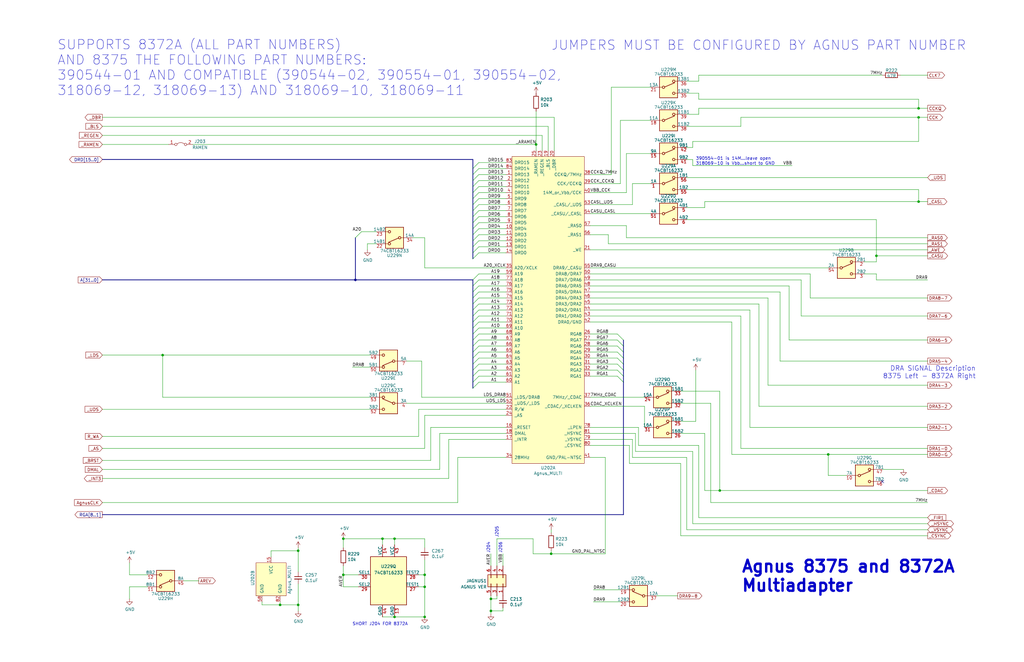
<source format=kicad_sch>
(kicad_sch (version 20231120) (generator "eeschema") (generator_version "8.0")
  (paper "B")
  (title_block (title "AMIGA PCI") (date "2025-04-01") (rev "5.1"))
  (junction (at 149.86 118.11))
  (junction (at 125.73 255.27))
  (junction (at 166.37 260.35))
  (junction (at 144.78 227.33))
  (junction (at 207.01 252.73))
  (junction (at 118.11 255.27))
  (junction (at 232.41 233.68))
  (junction (at 349.25 191.77))
  (junction (at 144.78 242.57))
  (junction (at 226.06 60.96))
  (junction (at 179.07 242.57))
  (junction (at 369.57 107.95))
  (junction (at 179.07 260.35))
  (junction (at 387.35 49.53))
  (junction (at 387.35 85.09))
  (junction (at 166.37 227.33))
  (junction (at 303.53 207.01))
  (junction (at 125.73 232.41))
  (junction (at 68.58 149.86))
  (junction (at 207.01 257.81))
  (junction (at 161.29 227.33))
  (junction (at 179.07 247.65))
  (junction (at 387.35 45.72))
  (no_connect (at 372.11 203.2))
  (bus_entry (at 201.93 86.36) (size -2.54 2.54))
  (bus_entry (at 201.93 68.58) (size -2.54 2.54))
  (bus_entry (at 260.35 146.05) (size 2.54 2.54))
  (bus_entry (at 201.93 78.74) (size -2.54 2.54))
  (bus_entry (at 201.93 128.27) (size -2.54 2.54))
  (bus_entry (at 201.93 156.21) (size -2.54 2.54))
  (bus_entry (at 201.93 123.19) (size -2.54 2.54))
  (bus_entry (at 260.35 151.13) (size 2.54 2.54))
  (bus_entry (at 260.35 140.97) (size 2.54 2.54))
  (bus_entry (at 260.35 143.51) (size 2.54 2.54))
  (bus_entry (at 201.93 118.11) (size -2.54 2.54))
  (bus_entry (at 260.35 156.21) (size 2.54 2.54))
  (bus_entry (at 260.35 158.75) (size 2.54 2.54))
  (bus_entry (at 201.93 133.35) (size -2.54 2.54))
  (bus_entry (at 201.93 161.29) (size -2.54 2.54))
  (bus_entry (at 201.93 120.65) (size -2.54 2.54))
  (bus_entry (at 201.93 158.75) (size -2.54 2.54))
  (bus_entry (at 201.93 138.43) (size -2.54 2.54))
  (bus_entry (at 201.93 148.59) (size -2.54 2.54))
  (bus_entry (at 201.93 106.68) (size -2.54 2.54))
  (bus_entry (at 201.93 101.6) (size -2.54 2.54))
  (bus_entry (at 201.93 71.12) (size -2.54 2.54))
  (bus_entry (at 201.93 76.2) (size -2.54 2.54))
  (bus_entry (at 201.93 96.52) (size -2.54 2.54))
  (bus_entry (at 201.93 130.81) (size -2.54 2.54))
  (bus_entry (at 201.93 115.57) (size -2.54 2.54))
  (bus_entry (at 201.93 104.14) (size -2.54 2.54))
  (bus_entry (at 201.93 151.13) (size -2.54 2.54))
  (bus_entry (at 201.93 73.66) (size -2.54 2.54))
  (bus_entry (at 201.93 140.97) (size -2.54 2.54))
  (bus_entry (at 201.93 81.28) (size -2.54 2.54))
  (bus_entry (at 260.35 153.67) (size 2.54 2.54))
  (bus_entry (at 260.35 148.59) (size 2.54 2.54))
  (bus_entry (at 201.93 99.06) (size -2.54 2.54))
  (bus_entry (at 152.4 97.79) (size -2.54 2.54))
  (bus_entry (at 201.93 146.05) (size -2.54 2.54))
  (bus_entry (at 201.93 83.82) (size -2.54 2.54))
  (bus_entry (at 201.93 91.44) (size -2.54 2.54))
  (bus_entry (at 201.93 143.51) (size -2.54 2.54))
  (bus_entry (at 201.93 153.67) (size -2.54 2.54))
  (bus_entry (at 201.93 125.73) (size -2.54 2.54))
  (bus_entry (at 201.93 135.89) (size -2.54 2.54))
  (bus_entry (at 201.93 88.9) (size -2.54 2.54))
  (bus_entry (at 201.93 93.98) (size -2.54 2.54))
  (wire (pts (xy 294.64 187.96) (xy 294.64 218.44)))
  (wire (pts (xy 179.07 189.23) (xy 43.18 189.23)))
  (wire (pts (xy 248.92 182.88) (xy 267.97 182.88)))
  (wire (pts (xy 179.07 247.65) (xy 179.07 242.57)))
  (wire (pts (xy 125.73 232.41) (xy 125.73 231.14)))
  (wire (pts (xy 177.8 152.4) (xy 171.45 152.4)))
  (bus (pts (xy 199.39 78.74) (xy 199.39 81.28)))
  (wire (pts (xy 248.92 125.73) (xy 323.85 125.73)))
  (wire (pts (xy 312.42 189.23) (xy 312.42 133.35)))
  (wire (pts (xy 54.61 247.65) (xy 54.61 252.73)))
  (wire (pts (xy 271.78 171.45) (xy 248.92 171.45)))
  (bus (pts (xy 199.39 96.52) (xy 199.39 99.06)))
  (wire (pts (xy 213.36 135.89) (xy 201.93 135.89)))
  (wire (pts (xy 257.81 73.66) (xy 257.81 36.83)))
  (wire (pts (xy 248.92 95.25) (xy 264.16 95.25)))
  (wire (pts (xy 176.53 242.57) (xy 179.07 242.57)))
  (wire (pts (xy 248.92 86.36) (xy 266.7 86.36)))
  (wire (pts (xy 213.36 99.06) (xy 201.93 99.06)))
  (wire (pts (xy 213.36 167.64) (xy 177.8 167.64)))
  (wire (pts (xy 114.3 232.41) (xy 114.3 234.95)))
  (wire (pts (xy 207.01 257.81) (xy 207.01 252.73)))
  (wire (pts (xy 125.73 246.38) (xy 125.73 255.27)))
  (wire (pts (xy 114.3 232.41) (xy 125.73 232.41)))
  (wire (pts (xy 248.92 133.35) (xy 312.42 133.35)))
  (wire (pts (xy 213.36 153.67) (xy 201.93 153.67)))
  (wire (pts (xy 213.36 120.65) (xy 201.93 120.65)))
  (wire (pts (xy 224.79 233.68) (xy 232.41 233.68)))
  (wire (pts (xy 323.85 162.56) (xy 391.16 162.56)))
  (wire (pts (xy 297.18 87.63) (xy 297.18 85.09)))
  (wire (pts (xy 224.79 227.33) (xy 224.79 233.68)))
  (wire (pts (xy 166.37 229.87) (xy 166.37 227.33)))
  (wire (pts (xy 387.35 80.01) (xy 387.35 85.09)))
  (wire (pts (xy 213.36 68.58) (xy 201.93 68.58)))
  (bus (pts (xy 199.39 86.36) (xy 199.39 88.9)))
  (wire (pts (xy 213.36 118.11) (xy 201.93 118.11)))
  (wire (pts (xy 248.92 81.28) (xy 264.16 81.28)))
  (bus (pts (xy 199.39 158.75) (xy 199.39 161.29)))
  (wire (pts (xy 213.36 96.52) (xy 201.93 96.52)))
  (wire (pts (xy 179.07 227.33) (xy 166.37 227.33)))
  (bus (pts (xy 262.89 217.17) (xy 43.18 217.17)))
  (wire (pts (xy 271.78 180.34) (xy 271.78 171.45)))
  (wire (pts (xy 391.16 125.73) (xy 341.63 125.73)))
  (wire (pts (xy 213.36 172.72) (xy 176.53 172.72)))
  (wire (pts (xy 232.41 232.41) (xy 232.41 233.68)))
  (wire (pts (xy 320.04 171.45) (xy 320.04 128.27)))
  (bus (pts (xy 199.39 106.68) (xy 199.39 109.22)))
  (wire (pts (xy 213.36 115.57) (xy 201.93 115.57)))
  (wire (pts (xy 332.74 120.65) (xy 332.74 143.51)))
  (wire (pts (xy 299.72 212.09) (xy 391.16 212.09)))
  (wire (pts (xy 269.24 187.96) (xy 294.64 187.96)))
  (wire (pts (xy 179.07 113.03) (xy 213.36 113.03)))
  (wire (pts (xy 248.92 135.89) (xy 308.61 135.89)))
  (wire (pts (xy 266.7 77.47) (xy 274.32 77.47)))
  (wire (pts (xy 391.16 189.23) (xy 312.42 189.23)))
  (wire (pts (xy 248.92 90.17) (xy 274.32 90.17)))
  (wire (pts (xy 391.16 152.4) (xy 328.93 152.4)))
  (wire (pts (xy 151.13 247.65) (xy 144.78 247.65)))
  (wire (pts (xy 292.1 62.23) (xy 292.1 59.69)))
  (wire (pts (xy 294.64 31.75) (xy 372.11 31.75)))
  (wire (pts (xy 292.1 59.69) (xy 387.35 59.69)))
  (wire (pts (xy 369.57 118.11) (xy 391.16 118.11)))
  (wire (pts (xy 293.37 156.21) (xy 293.37 177.8)))
  (wire (pts (xy 248.92 128.27) (xy 320.04 128.27)))
  (wire (pts (xy 294.64 39.37) (xy 294.64 41.91)))
  (wire (pts (xy 387.35 59.69) (xy 387.35 49.53)))
  (wire (pts (xy 372.11 198.12) (xy 381 198.12)))
  (wire (pts (xy 207.01 251.46) (xy 207.01 252.73)))
  (wire (pts (xy 189.23 201.93) (xy 43.18 201.93)))
  (wire (pts (xy 213.36 182.88) (xy 185.42 182.88)))
  (wire (pts (xy 334.01 69.85) (xy 292.1 69.85)))
  (wire (pts (xy 176.53 172.72) (xy 176.53 184.15)))
  (wire (pts (xy 248.92 143.51) (xy 260.35 143.51)))
  (wire (pts (xy 387.35 45.72) (xy 391.16 45.72)))
  (wire (pts (xy 248.92 185.42) (xy 266.7 185.42)))
  (wire (pts (xy 181.61 194.31) (xy 43.18 194.31)))
  (wire (pts (xy 233.68 63.5) (xy 233.68 49.53)))
  (wire (pts (xy 161.29 227.33) (xy 144.78 227.33)))
  (wire (pts (xy 303.53 207.01) (xy 297.18 207.01)))
  (wire (pts (xy 213.36 93.98) (xy 201.93 93.98)))
  (wire (pts (xy 248.92 167.64) (xy 271.78 167.64)))
  (wire (pts (xy 294.64 48.26) (xy 294.64 45.72)))
  (wire (pts (xy 77.47 245.11) (xy 83.82 245.11)))
  (bus (pts (xy 199.39 156.21) (xy 199.39 158.75)))
  (wire (pts (xy 181.61 180.34) (xy 181.61 194.31)))
  (wire (pts (xy 110.49 255.27) (xy 110.49 254)))
  (wire (pts (xy 287.02 170.18) (xy 299.72 170.18)))
  (wire (pts (xy 266.7 185.42) (xy 266.7 193.04)))
  (wire (pts (xy 161.29 227.33) (xy 161.29 229.87)))
  (wire (pts (xy 213.36 185.42) (xy 189.23 185.42)))
  (wire (pts (xy 213.36 175.26) (xy 179.07 175.26)))
  (wire (pts (xy 248.92 180.34) (xy 269.24 180.34)))
  (wire (pts (xy 213.36 148.59) (xy 201.93 148.59)))
  (wire (pts (xy 213.36 193.04) (xy 193.04 193.04)))
  (wire (pts (xy 369.57 115.57) (xy 369.57 118.11)))
  (bus (pts (xy 262.89 156.21) (xy 262.89 158.75)))
  (wire (pts (xy 364.49 110.49) (xy 369.57 110.49)))
  (wire (pts (xy 179.07 175.26) (xy 179.07 189.23)))
  (wire (pts (xy 289.56 34.29) (xy 294.64 34.29)))
  (wire (pts (xy 144.78 227.33) (xy 144.78 231.14)))
  (bus (pts (xy 199.39 88.9) (xy 199.39 91.44)))
  (wire (pts (xy 54.61 237.49) (xy 54.61 242.57)))
  (bus (pts (xy 199.39 101.6) (xy 199.39 104.14)))
  (wire (pts (xy 266.7 193.04) (xy 289.56 193.04)))
  (wire (pts (xy 248.92 77.47) (xy 261.62 77.47)))
  (wire (pts (xy 212.09 233.68) (xy 212.09 238.76)))
  (wire (pts (xy 213.36 130.81) (xy 201.93 130.81)))
  (wire (pts (xy 173.99 100.33) (xy 179.07 100.33)))
  (wire (pts (xy 232.41 223.52) (xy 232.41 224.79)))
  (wire (pts (xy 248.92 148.59) (xy 260.35 148.59)))
  (wire (pts (xy 213.36 125.73) (xy 201.93 125.73)))
  (wire (pts (xy 156.21 154.94) (xy 148.59 154.94)))
  (wire (pts (xy 297.18 85.09) (xy 387.35 85.09)))
  (bus (pts (xy 199.39 161.29) (xy 199.39 163.83)))
  (wire (pts (xy 213.36 180.34) (xy 181.61 180.34)))
  (wire (pts (xy 264.16 81.28) (xy 264.16 64.77)))
  (bus (pts (xy 199.39 118.11) (xy 149.86 118.11)))
  (wire (pts (xy 248.92 193.04) (xy 255.27 193.04)))
  (wire (pts (xy 207.01 259.08) (xy 207.01 257.81)))
  (wire (pts (xy 125.73 255.27) (xy 125.73 257.81)))
  (wire (pts (xy 287.02 182.88) (xy 297.18 182.88)))
  (wire (pts (xy 228.6 63.5) (xy 228.6 57.15)))
  (wire (pts (xy 312.42 49.53) (xy 387.35 49.53)))
  (wire (pts (xy 294.64 34.29) (xy 294.64 31.75)))
  (bus (pts (xy 199.39 118.11) (xy 199.39 120.65)))
  (wire (pts (xy 179.07 260.35) (xy 179.07 247.65)))
  (wire (pts (xy 266.7 86.36) (xy 266.7 77.47)))
  (wire (pts (xy 144.78 247.65) (xy 144.78 242.57)))
  (wire (pts (xy 166.37 260.35) (xy 161.29 260.35)))
  (wire (pts (xy 303.53 207.01) (xy 391.16 207.01)))
  (wire (pts (xy 209.55 227.33) (xy 209.55 238.76)))
  (wire (pts (xy 289.56 92.71) (xy 369.57 92.71)))
  (bus (pts (xy 262.89 158.75) (xy 262.89 161.29)))
  (wire (pts (xy 207.01 233.68) (xy 207.01 238.76)))
  (wire (pts (xy 264.16 100.33) (xy 391.16 100.33)))
  (wire (pts (xy 328.93 152.4) (xy 328.93 123.19)))
  (wire (pts (xy 297.18 182.88) (xy 297.18 207.01)))
  (wire (pts (xy 118.11 255.27) (xy 118.11 254)))
  (wire (pts (xy 303.53 165.1) (xy 303.53 207.01)))
  (wire (pts (xy 276.86 251.46) (xy 285.75 251.46)))
  (bus (pts (xy 262.89 153.67) (xy 262.89 156.21)))
  (wire (pts (xy 212.09 256.54) (xy 212.09 257.81)))
  (wire (pts (xy 166.37 260.35) (xy 179.07 260.35)))
  (wire (pts (xy 193.04 193.04) (xy 193.04 212.09)))
  (wire (pts (xy 289.56 193.04) (xy 289.56 223.52)))
  (wire (pts (xy 287.02 226.06) (xy 391.16 226.06)))
  (wire (pts (xy 43.18 57.15) (xy 228.6 57.15)))
  (wire (pts (xy 213.36 128.27) (xy 201.93 128.27)))
  (wire (pts (xy 349.25 200.66) (xy 349.25 191.77)))
  (wire (pts (xy 316.23 180.34) (xy 391.16 180.34)))
  (wire (pts (xy 213.36 170.18) (xy 171.45 170.18)))
  (wire (pts (xy 189.23 185.42) (xy 189.23 201.93)))
  (wire (pts (xy 349.25 191.77) (xy 391.16 191.77)))
  (wire (pts (xy 226.06 46.99) (xy 226.06 60.96)))
  (wire (pts (xy 256.54 102.87) (xy 256.54 99.06)))
  (wire (pts (xy 292.1 67.31) (xy 292.1 69.85)))
  (wire (pts (xy 356.87 200.66) (xy 349.25 200.66)))
  (wire (pts (xy 312.42 53.34) (xy 312.42 49.53)))
  (wire (pts (xy 248.92 123.19) (xy 328.93 123.19)))
  (bus (pts (xy 199.39 130.81) (xy 199.39 133.35)))
  (bus (pts (xy 199.39 140.97) (xy 199.39 143.51)))
  (wire (pts (xy 261.62 248.92) (xy 250.19 248.92)))
  (bus (pts (xy 199.39 120.65) (xy 199.39 123.19)))
  (wire (pts (xy 257.81 36.83) (xy 274.32 36.83)))
  (bus (pts (xy 262.89 151.13) (xy 262.89 153.67)))
  (wire (pts (xy 387.35 49.53) (xy 391.16 49.53)))
  (wire (pts (xy 224.79 227.33) (xy 209.55 227.33)))
  (bus (pts (xy 199.39 153.67) (xy 199.39 156.21)))
  (wire (pts (xy 179.07 231.14) (xy 179.07 227.33)))
  (wire (pts (xy 264.16 95.25) (xy 264.16 100.33)))
  (bus (pts (xy 199.39 71.12) (xy 199.39 73.66)))
  (bus (pts (xy 199.39 135.89) (xy 199.39 138.43)))
  (wire (pts (xy 391.16 133.35) (xy 337.82 133.35)))
  (wire (pts (xy 177.8 167.64) (xy 177.8 152.4)))
  (wire (pts (xy 289.56 48.26) (xy 294.64 48.26)))
  (wire (pts (xy 213.36 123.19) (xy 201.93 123.19)))
  (wire (pts (xy 248.92 187.96) (xy 265.43 187.96)))
  (wire (pts (xy 179.07 100.33) (xy 179.07 113.03)))
  (wire (pts (xy 265.43 195.58) (xy 287.02 195.58)))
  (wire (pts (xy 248.92 105.41) (xy 391.16 105.41)))
  (wire (pts (xy 256.54 102.87) (xy 391.16 102.87)))
  (wire (pts (xy 265.43 187.96) (xy 265.43 195.58)))
  (wire (pts (xy 152.4 97.79) (xy 158.75 97.79)))
  (wire (pts (xy 289.56 87.63) (xy 297.18 87.63)))
  (bus (pts (xy 199.39 143.51) (xy 199.39 146.05)))
  (bus (pts (xy 199.39 81.28) (xy 199.39 83.82)))
  (wire (pts (xy 267.97 190.5) (xy 292.1 190.5)))
  (wire (pts (xy 264.16 64.77) (xy 274.32 64.77)))
  (wire (pts (xy 154.94 102.87) (xy 158.75 102.87)))
  (wire (pts (xy 62.23 242.57) (xy 54.61 242.57)))
  (wire (pts (xy 287.02 177.8) (xy 293.37 177.8)))
  (wire (pts (xy 118.11 255.27) (xy 125.73 255.27)))
  (wire (pts (xy 179.07 242.57) (xy 179.07 236.22)))
  (wire (pts (xy 212.09 257.81) (xy 207.01 257.81)))
  (wire (pts (xy 289.56 80.01) (xy 387.35 80.01)))
  (wire (pts (xy 289.56 53.34) (xy 312.42 53.34)))
  (bus (pts (xy 262.89 146.05) (xy 262.89 148.59)))
  (wire (pts (xy 233.68 49.53) (xy 43.18 49.53)))
  (wire (pts (xy 379.73 31.75) (xy 391.16 31.75)))
  (wire (pts (xy 341.63 125.73) (xy 341.63 115.57)))
  (wire (pts (xy 294.64 41.91) (xy 387.35 41.91)))
  (wire (pts (xy 299.72 170.18) (xy 299.72 212.09)))
  (bus (pts (xy 199.39 123.19) (xy 199.39 125.73)))
  (wire (pts (xy 308.61 191.77) (xy 349.25 191.77)))
  (wire (pts (xy 110.49 255.27) (xy 118.11 255.27)))
  (wire (pts (xy 213.36 76.2) (xy 201.93 76.2)))
  (bus (pts (xy 199.39 67.31) (xy 199.39 71.12)))
  (wire (pts (xy 207.01 252.73) (xy 209.55 252.73)))
  (bus (pts (xy 199.39 128.27) (xy 199.39 130.81)))
  (wire (pts (xy 213.36 104.14) (xy 201.93 104.14)))
  (wire (pts (xy 71.12 60.96) (xy 43.18 60.96)))
  (wire (pts (xy 294.64 45.72) (xy 387.35 45.72)))
  (wire (pts (xy 289.56 223.52) (xy 391.16 223.52)))
  (wire (pts (xy 289.56 39.37) (xy 294.64 39.37)))
  (wire (pts (xy 369.57 92.71) (xy 369.57 107.95)))
  (wire (pts (xy 337.82 133.35) (xy 337.82 118.11)))
  (wire (pts (xy 213.36 138.43) (xy 201.93 138.43)))
  (wire (pts (xy 213.36 88.9) (xy 201.93 88.9)))
  (bus (pts (xy 43.18 118.11) (xy 149.86 118.11)))
  (bus (pts (xy 199.39 91.44) (xy 199.39 93.98)))
  (wire (pts (xy 248.92 113.03) (xy 349.25 113.03)))
  (wire (pts (xy 213.36 73.66) (xy 201.93 73.66)))
  (wire (pts (xy 248.92 151.13) (xy 260.35 151.13)))
  (wire (pts (xy 248.92 120.65) (xy 332.74 120.65)))
  (wire (pts (xy 68.58 149.86) (xy 156.21 149.86)))
  (wire (pts (xy 213.36 158.75) (xy 201.93 158.75)))
  (wire (pts (xy 248.92 115.57) (xy 341.63 115.57)))
  (wire (pts (xy 387.35 41.91) (xy 387.35 45.72)))
  (wire (pts (xy 369.57 110.49) (xy 369.57 107.95)))
  (wire (pts (xy 68.58 167.64) (xy 156.21 167.64)))
  (wire (pts (xy 213.36 143.51) (xy 201.93 143.51)))
  (wire (pts (xy 231.14 53.34) (xy 231.14 63.5)))
  (wire (pts (xy 144.78 238.76) (xy 144.78 242.57)))
  (wire (pts (xy 213.36 81.28) (xy 201.93 81.28)))
  (wire (pts (xy 232.41 233.68) (xy 255.27 233.68)))
  (wire (pts (xy 369.57 107.95) (xy 391.16 107.95)))
  (wire (pts (xy 292.1 220.98) (xy 391.16 220.98)))
  (bus (pts (xy 199.39 104.14) (xy 199.39 106.68)))
  (wire (pts (xy 269.24 180.34) (xy 269.24 187.96)))
  (wire (pts (xy 213.36 91.44) (xy 201.93 91.44)))
  (wire (pts (xy 68.58 149.86) (xy 68.58 167.64)))
  (wire (pts (xy 248.92 140.97) (xy 260.35 140.97)))
  (bus (pts (xy 199.39 133.35) (xy 199.39 135.89)))
  (wire (pts (xy 364.49 115.57) (xy 369.57 115.57)))
  (bus (pts (xy 199.39 125.73) (xy 199.39 128.27)))
  (wire (pts (xy 294.64 218.44) (xy 391.16 218.44)))
  (bus (pts (xy 199.39 138.43) (xy 199.39 140.97)))
  (wire (pts (xy 248.92 153.67) (xy 260.35 153.67)))
  (wire (pts (xy 213.36 156.21) (xy 201.93 156.21)))
  (bus (pts (xy 199.39 151.13) (xy 199.39 153.67)))
  (wire (pts (xy 213.36 161.29) (xy 201.93 161.29)))
  (wire (pts (xy 43.18 53.34) (xy 231.14 53.34)))
  (wire (pts (xy 213.36 83.82) (xy 201.93 83.82)))
  (wire (pts (xy 248.92 130.81) (xy 316.23 130.81)))
  (wire (pts (xy 213.36 78.74) (xy 201.93 78.74)))
  (wire (pts (xy 287.02 165.1) (xy 303.53 165.1)))
  (wire (pts (xy 209.55 252.73) (xy 209.55 251.46)))
  (bus (pts (xy 199.39 146.05) (xy 199.39 148.59)))
  (wire (pts (xy 248.92 146.05) (xy 260.35 146.05)))
  (wire (pts (xy 176.53 184.15) (xy 43.18 184.15)))
  (wire (pts (xy 213.36 86.36) (xy 201.93 86.36)))
  (wire (pts (xy 267.97 182.88) (xy 267.97 190.5)))
  (wire (pts (xy 256.54 99.06) (xy 248.92 99.06)))
  (bus (pts (xy 262.89 161.29) (xy 262.89 217.17)))
  (wire (pts (xy 308.61 191.77) (xy 308.61 135.89)))
  (wire (pts (xy 261.62 254) (xy 250.19 254)))
  (bus (pts (xy 199.39 73.66) (xy 199.39 76.2)))
  (wire (pts (xy 154.94 102.87) (xy 154.94 105.41)))
  (wire (pts (xy 125.73 232.41) (xy 125.73 241.3)))
  (bus (pts (xy 199.39 148.59) (xy 199.39 151.13)))
  (wire (pts (xy 213.36 146.05) (xy 201.93 146.05)))
  (wire (pts (xy 62.23 247.65) (xy 54.61 247.65)))
  (wire (pts (xy 213.36 151.13) (xy 201.93 151.13)))
  (wire (pts (xy 213.36 133.35) (xy 201.93 133.35)))
  (bus (pts (xy 149.86 100.33) (xy 149.86 118.11)))
  (wire (pts (xy 43.18 149.86) (xy 68.58 149.86)))
  (wire (pts (xy 289.56 62.23) (xy 292.1 62.23)))
  (bus (pts (xy 262.89 148.59) (xy 262.89 151.13)))
  (wire (pts (xy 323.85 162.56) (xy 323.85 125.73)))
  (wire (pts (xy 316.23 130.81) (xy 316.23 180.34)))
  (bus (pts (xy 199.39 99.06) (xy 199.39 101.6)))
  (wire (pts (xy 332.74 143.51) (xy 391.16 143.51)))
  (wire (pts (xy 289.56 74.93) (xy 391.16 74.93)))
  (wire (pts (xy 387.35 85.09) (xy 391.16 85.09)))
  (wire (pts (xy 176.53 247.65) (xy 179.07 247.65)))
  (wire (pts (xy 391.16 171.45) (xy 320.04 171.45)))
  (wire (pts (xy 185.42 198.12) (xy 43.18 198.12)))
  (wire (pts (xy 261.62 50.8) (xy 274.32 50.8)))
  (wire (pts (xy 213.36 106.68) (xy 201.93 106.68)))
  (wire (pts (xy 248.92 73.66) (xy 257.81 73.66)))
  (wire (pts (xy 248.92 158.75) (xy 260.35 158.75)))
  (wire (pts (xy 255.27 193.04) (xy 255.27 233.68)))
  (wire (pts (xy 43.18 172.72) (xy 156.21 172.72)))
  (wire (pts (xy 213.36 140.97) (xy 201.93 140.97)))
  (bus (pts (xy 43.18 67.31) (xy 199.39 67.31)))
  (wire (pts (xy 261.62 77.47) (xy 261.62 50.8)))
  (wire (pts (xy 248.92 156.21) (xy 260.35 156.21)))
  (wire (pts (xy 226.06 60.96) (xy 81.28 60.96)))
  (wire (pts (xy 213.36 71.12) (xy 201.93 71.12)))
  (wire (pts (xy 226.06 63.5) (xy 226.06 60.96)))
  (wire (pts (xy 144.78 242.57) (xy 151.13 242.57)))
  (wire (pts (xy 292.1 190.5) (xy 292.1 220.98)))
  (bus (pts (xy 262.89 143.51) (xy 262.89 146.05)))
  (wire (pts (xy 213.36 101.6) (xy 201.93 101.6)))
  (wire (pts (xy 166.37 227.33) (xy 161.29 227.33)))
  (wire (pts (xy 287.02 195.58) (xy 287.02 226.06)))
  (bus (pts (xy 199.39 93.98) (xy 199.39 96.52)))
  (wire (pts (xy 289.56 67.31) (xy 292.1 67.31)))
  (bus (pts (xy 199.39 76.2) (xy 199.39 78.74)))
  (wire (pts (xy 185.42 182.88) (xy 185.42 198.12)))
  (wire (pts (xy 43.18 212.09) (xy 193.04 212.09)))
  (wire (pts (xy 248.92 118.11) (xy 337.82 118.11)))
  (bus (pts (xy 199.39 83.82) (xy 199.39 86.36)))
  (text "SHORT J204 FOR 8372A" (at 148.59 264.16 0) (effects (font (size 1.27 1.27)) (justify left bottom)))
  (text "DRA SIGNAL Description\n8375 Left - 8372A Right" (at 411.48 160.02 0) (effects (font (size 2.0066 2.0066)) (justify right bottom)))
  (text "Agnus 8375 and 8372A\nMultiadapter" (at 312.42 250.19 0) (effects (font (size 5.0038 5.0038) (thickness 1.0008) (bold yes)) (justify left bottom)))
  (text "J205" (at 209.55 224.536 90) (effects (font (size 1.27 1.27))))
  (text "JUMPERS MUST BE CONFIGURED BY AGNUS PART NUMBER" (at 232.41 21.59 0) (effects (font (size 3.9878 3.9878)) (justify left bottom)))
  (text "SUPPORTS 8372A (ALL PART NUMBERS)\nAND 8375 THE FOLLOWING PART NUMBERS:\n390544-01 AND COMPATIBLE (390544-02, 390554-01, 390554-02, \n318069-12, 318069-13) AND 318069-10, 318069-11" (at 24.13 40.64 0) (effects (font (size 3.9878 3.9878)) (justify left bottom)))
  (text "390554-01 is 14M...leave open\n318069-10 is Vbb...short to GND" (at 293.37 69.85 0) (effects (font (size 1.2954 1.2954)) (justify left bottom)))
  (text "J204" (at 205.994 231.14 90) (effects (font (size 1.27 1.27))))
  (text "J206" (at 211.074 231.14 90) (effects (font (size 1.27 1.27))))
  (label "RGA7" (at 251.46 143.51 0) (effects (font (size 1.2954 1.2954))))
  (label "CCK_CCKQ" (at 248.92 77.47 0))
  (label "A16" (at 207.01 123.19 0) (effects (font (size 1.2954 1.2954))))
  (label "DRA8" (at 250.19 248.92 0))
  (label "7MHz" (at 391.16 212.09 180))
  (label "A19" (at 207.01 115.57 0) (effects (font (size 1.2954 1.2954))))
  (label "DRA8" (at 148.59 154.94 0))
  (label "DRA9" (at 250.19 254 0))
  (label "A17" (at 207.01 120.65 0) (effects (font (size 1.2954 1.2954))))
  (label "DRA9_CASU" (at 248.92 113.03 0))
  (label "A1" (at 207.01 161.29 0) (effects (font (size 1.2954 1.2954))))
  (label "A9" (at 207.01 140.97 0) (effects (font (size 1.2954 1.2954))))
  (label "A20_XCLK" (at 213.36 113.03 180))
  (label "A12" (at 207.01 133.35 0) (effects (font (size 1.2954 1.2954))))
  (label "CDAC_XCLKEN" (at 248.92 171.45 0))
  (label "DRD9" (at 205.74 83.82 0) (effects (font (size 1.2954 1.2954))))
  (label "A8" (at 207.01 143.51 0) (effects (font (size 1.2954 1.2954))))
  (label "VBB" (at 212.09 233.68 270))
  (label "A5" (at 207.01 151.13 0) (effects (font (size 1.2954 1.2954))))
  (label "LDS_DRA8" (at 213.36 167.64 180))
  (label "DRD10" (at 205.74 81.28 0) (effects (font (size 1.2954 1.2954))))
  (label "DRD15" (at 205.74 68.58 0) (effects (font (size 1.2954 1.2954))))
  (label "RGA2" (at 251.46 156.21 0) (effects (font (size 1.2954 1.2954))))
  (label "DRD13" (at 205.74 73.66 0) (effects (font (size 1.2954 1.2954))))
  (label "VBB" (at 334.01 69.85 180))
  (label "A13" (at 207.01 130.81 0) (effects (font (size 1.2954 1.2954))))
  (label "DRD3" (at 205.74 99.06 0) (effects (font (size 1.2954 1.2954))))
  (label "A2" (at 207.01 158.75 0) (effects (font (size 1.2954 1.2954))))
  (label "RGA1" (at 251.46 158.75 0) (effects (font (size 1.2954 1.2954))))
  (label "DRA9" (at 391.16 118.11 180))
  (label "CCKQ_7MHz" (at 248.92 73.66 0))
  (label "CASU_CASL" (at 248.92 90.17 0))
  (label "7MHz" (at 372.11 31.75 180))
  (label "DRD1" (at 205.74 104.14 0) (effects (font (size 1.2954 1.2954))))
  (label "VBB_CCK" (at 248.92 81.28 0))
  (label "DRD6" (at 205.74 91.44 0) (effects (font (size 1.2954 1.2954))))
  (label "DRD14" (at 205.74 71.12 0) (effects (font (size 1.2954 1.2954))))
  (label "A6" (at 207.01 148.59 0) (effects (font (size 1.2954 1.2954))))
  (label "RGA6" (at 251.46 146.05 0) (effects (font (size 1.2954 1.2954))))
  (label "DRD11" (at 205.74 78.74 0) (effects (font (size 1.2954 1.2954))))
  (label "DRD2" (at 205.74 101.6 0) (effects (font (size 1.2954 1.2954))))
  (label "A7" (at 207.01 146.05 0) (effects (font (size 1.2954 1.2954))))
  (label "AVER" (at 144.78 247.65 90))
  (label "AVER" (at 207.01 233.68 270))
  (label "DRD4" (at 205.74 96.52 0) (effects (font (size 1.2954 1.2954))))
  (label "A4" (at 207.01 153.67 0) (effects (font (size 1.2954 1.2954))))
  (label "A20" (at 152.4 97.79 180) (effects (font (size 1.2954 1.2954))))
  (label "A15" (at 207.01 125.73 0) (effects (font (size 1.2954 1.2954))))
  (label "A10" (at 207.01 138.43 0) (effects (font (size 1.2954 1.2954))))
  (label "RGA8" (at 251.46 140.97 0) (effects (font (size 1.2954 1.2954))))
  (label "RGA4" (at 251.46 151.13 0) (effects (font (size 1.2954 1.2954))))
  (label "A18" (at 207.01 118.11 0) (effects (font (size 1.2954 1.2954))))
  (label "DRD12" (at 205.74 76.2 0) (effects (font (size 1.2954 1.2954))))
  (label "RGA3" (at 251.46 153.67 0) (effects (font (size 1.2954 1.2954))))
  (label "_ARAMEN" (at 226.06 60.96 180))
  (label "A3" (at 207.01 156.21 0) (effects (font (size 1.2954 1.2954))))
  (label "UDS_LDS" (at 213.36 170.18 180))
  (label "DRD7" (at 205.74 88.9 0) (effects (font (size 1.2954 1.2954))))
  (label "CASL_UDS" (at 248.92 86.36 0))
  (label "A14" (at 207.01 128.27 0) (effects (font (size 1.2954 1.2954))))
  (label "GND_PAL_NTSC" (at 255.27 233.68 180))
  (label "7MHz_CDAC" (at 248.92 167.64 0))
  (label "DRD5" (at 205.74 93.98 0) (effects (font (size 1.2954 1.2954))))
  (label "RGA5" (at 251.46 148.59 0) (effects (font (size 1.2954 1.2954))))
  (label "DRD0" (at 205.74 106.68 0) (effects (font (size 1.2954 1.2954))))
  (label "A11" (at 207.01 135.89 0) (effects (font (size 1.2954 1.2954))))
  (label "DRD8" (at 205.74 86.36 0) (effects (font (size 1.2954 1.2954))))
  (global_label "RGA[8..1]" (shape output) (at 43.18 217.17 180) (effects (font (size 1.2954 1.2954))) (property "Intersheetrefs" "${INTERSHEET_REFS}" (at 31.0871 217.17 0) (effects (justify right))))
  (global_label "DRA9-8" (shape output) (at 285.75 251.46 0) (effects (font (size 1.2954 1.2954))) (property "Intersheetrefs" "${INTERSHEET_REFS}" (at 296.4857 251.46 0) (effects (justify left))))
  (global_label "_VSYNC" (shape bidirectional) (at 391.16 223.52 0) (effects (font (size 1.2954 1.2954))) (property "Intersheetrefs" "${INTERSHEET_REFS}" (at 402.3507 223.52 0) (effects (justify left))))
  (global_label "DRD[15..0]" (shape bidirectional) (at 43.18 67.31 180) (property "Intersheetrefs" "${INTERSHEET_REFS}" (at 28.8214 67.31 0) (effects (justify right))))
  (global_label "_LDS" (shape input) (at 43.18 149.86 180) (effects (font (size 1.2954 1.2954))) (property "Intersheetrefs" "${INTERSHEET_REFS}" (at 35.6518 149.86 0) (effects (justify right))))
  (global_label "DRA0-G" (shape output) (at 391.16 191.77 0) (effects (font (size 1.2954 1.2954))) (property "Intersheetrefs" "${INTERSHEET_REFS}" (at 401.9574 191.77 0) (effects (justify left))))
  (global_label "A[31..0]" (shape input) (at 43.18 118.11 180) (effects (font (size 1.2954 1.2954))) (property "Intersheetrefs" "${INTERSHEET_REFS}" (at 32.4442 118.11 0) (effects (justify right))))
  (global_label "_UDS" (shape input) (at 43.18 172.72 180) (effects (font (size 1.2954 1.2954))) (property "Intersheetrefs" "${INTERSHEET_REFS}" (at 35.3434 172.72 0) (effects (justify right))))
  (global_label "_CSYNC" (shape output) (at 391.16 226.06 0) (effects (font (size 1.2954 1.2954))) (property "Intersheetrefs" "${INTERSHEET_REFS}" (at 401.4023 226.06 0) (effects (justify left))))
  (global_label "_UDS" (shape input) (at 391.16 74.93 0) (effects (font (size 1.2954 1.2954))) (property "Intersheetrefs" "${INTERSHEET_REFS}" (at 398.9966 74.93 0) (effects (justify left))))
  (global_label "AREV" (shape output) (at 83.82 245.11 0) (property "Intersheetrefs" "${INTERSHEET_REFS}" (at 91.4014 245.11 0) (effects (justify left))))
  (global_label "DMAL" (shape input) (at 43.18 198.12 180) (property "Intersheetrefs" "${INTERSHEET_REFS}" (at 35.4361 198.12 0) (effects (justify right))))
  (global_label "_CDAC" (shape output) (at 391.16 207.01 0) (effects (font (size 1.2954 1.2954))) (property "Intersheetrefs" "${INTERSHEET_REFS}" (at 400.1069 207.01 0) (effects (justify left))))
  (global_label "_BLS" (shape input) (at 43.18 53.34 180) (effects (font (size 1.2954 1.2954))) (property "Intersheetrefs" "${INTERSHEET_REFS}" (at 35.5708 53.34 0) (effects (justify right))))
  (global_label "DRA1-0" (shape output) (at 391.16 189.23 0) (effects (font (size 1.2954 1.2954))) (property "Intersheetrefs" "${INTERSHEET_REFS}" (at 401.8957 189.23 0) (effects (justify left))))
  (global_label "_FIR1" (shape input) (at 391.16 218.44 0) (effects (font (size 1.2954 1.2954))) (property "Intersheetrefs" "${INTERSHEET_REFS}" (at 399.4477 218.44 0) (effects (justify left))))
  (global_label "CCK" (shape output) (at 391.16 49.53 0) (effects (font (size 1.2954 1.2954))) (property "Intersheetrefs" "${INTERSHEET_REFS}" (at 398.0096 49.53 0) (effects (justify left))))
  (global_label "CCKQ" (shape output) (at 391.16 45.72 0) (effects (font (size 1.2954 1.2954))) (property "Intersheetrefs" "${INTERSHEET_REFS}" (at 399.3667 45.72 0) (effects (justify left))))
  (global_label "_RAS1" (shape output) (at 391.16 102.87 0) (effects (font (size 1.2954 1.2954))) (property "Intersheetrefs" "${INTERSHEET_REFS}" (at 399.9835 102.87 0) (effects (justify left))))
  (global_label "R_WA" (shape input) (at 43.18 184.15 180) (property "Intersheetrefs" "${INTERSHEET_REFS}" (at 35.4172 184.15 0) (effects (justify right))))
  (global_label "_CASU" (shape output) (at 391.16 107.95 0) (effects (font (size 1.2954 1.2954))) (property "Intersheetrefs" "${INTERSHEET_REFS}" (at 400.1069 107.95 0) (effects (justify left))))
  (global_label "DRA3-2" (shape output) (at 391.16 171.45 0) (effects (font (size 1.2954 1.2954))) (property "Intersheetrefs" "${INTERSHEET_REFS}" (at 401.8957 171.45 0) (effects (justify left))))
  (global_label "_RAS0" (shape output) (at 391.16 100.33 0) (effects (font (size 1.2954 1.2954))) (property "Intersheetrefs" "${INTERSHEET_REFS}" (at 399.9835 100.33 0) (effects (justify left))))
  (global_label "_CASL" (shape output) (at 391.16 85.09 0) (effects (font (size 1.2954 1.2954))) (property "Intersheetrefs" "${INTERSHEET_REFS}" (at 399.7985 85.09 0) (effects (justify left))))
  (global_label "DRA4-3" (shape output) (at 391.16 162.56 0) (effects (font (size 1.2954 1.2954))) (property "Intersheetrefs" "${INTERSHEET_REFS}" (at 401.8957 162.56 0) (effects (justify left))))
  (global_label "_BRST" (shape input) (at 43.18 194.31 180) (property "Intersheetrefs" "${INTERSHEET_REFS}" (at 34.5101 194.31 0) (effects (justify right))))
  (global_label "_AWE" (shape output) (at 391.16 105.41 0) (effects (font (size 1.2954 1.2954))) (property "Intersheetrefs" "${INTERSHEET_REFS}" (at 398.8732 105.41 0) (effects (justify left))))
  (global_label "_RAMEN" (shape input) (at 43.18 60.96 180) (effects (font (size 1.2954 1.2954))) (property "Intersheetrefs" "${INTERSHEET_REFS}" (at 32.8143 60.96 0) (effects (justify right))))
  (global_label "DRA2-1" (shape output) (at 391.16 180.34 0) (effects (font (size 1.2954 1.2954))) (property "Intersheetrefs" "${INTERSHEET_REFS}" (at 401.8957 180.34 0) (effects (justify left))))
  (global_label "_HSYNC" (shape bidirectional) (at 391.16 220.98 0) (effects (font (size 1.2954 1.2954))) (property "Intersheetrefs" "${INTERSHEET_REFS}" (at 402.5975 220.98 0) (effects (justify left))))
  (global_label "DRA8-7" (shape output) (at 391.16 125.73 0) (effects (font (size 1.2954 1.2954))) (property "Intersheetrefs" "${INTERSHEET_REFS}" (at 401.8957 125.73 0) (effects (justify left))))
  (global_label "CLK7" (shape output) (at 391.16 31.75 0) (property "Intersheetrefs" "${INTERSHEET_REFS}" (at 398.9228 31.75 0) (effects (justify left))))
  (global_label "DRA6-5" (shape output) (at 391.16 143.51 0) (effects (font (size 1.2954 1.2954))) (property "Intersheetrefs" "${INTERSHEET_REFS}" (at 401.8957 143.51 0) (effects (justify left))))
  (global_label "DRA5-4" (shape output) (at 391.16 152.4 0) (effects (font (size 1.2954 1.2954))) (property "Intersheetrefs" "${INTERSHEET_REFS}" (at 401.8957 152.4 0) (effects (justify left))))
  (global_label "_INT3" (shape output) (at 43.18 201.93 180) (effects (font (size 1.2954 1.2954))) (property "Intersheetrefs" "${INTERSHEET_REFS}" (at 35.0349 201.93 0) (effects (justify right))))
  (global_label "_DBR" (shape output) (at 43.18 49.53 180) (effects (font (size 1.2954 1.2954))) (property "Intersheetrefs" "${INTERSHEET_REFS}" (at 35.3434 49.53 0) (effects (justify right))))
  (global_label "_AS" (shape input) (at 43.18 189.23 180) (property "Intersheetrefs" "${INTERSHEET_REFS}" (at 37.0085 189.23 0) (effects (justify right))))
  (global_label "DRA7-6" (shape output) (at 391.16 133.35 0) (effects (font (size 1.2954 1.2954))) (property "Intersheetrefs" "${INTERSHEET_REFS}" (at 401.8957 133.35 0) (effects (justify left))))
  (global_label "AgnusCLK" (shape input) (at 43.18 212.09 180) (effects (font (size 1.2954 1.2954))) (property "Intersheetrefs" "${INTERSHEET_REFS}" (at 30.8211 212.09 0) (effects (justify right))))
  (global_label "_REGEN" (shape input) (at 43.18 57.15 180) (effects (font (size 1.2954 1.2954))) (property "Intersheetrefs" "${INTERSHEET_REFS}" (at 32.9377 57.15 0) (effects (justify right))))
  (symbol (lib_id "Device:R") (at 375.92 31.75 270) (unit 1)
    (property "Reference" "R222" (at 375.92 29.718 90))
    (property "Value" "47R" (at 375.92 32.004 90))
    (property "Footprint" "Resistor_SMD:R_0603_1608Metric" (effects (hide yes)))
    (instances (project "AmigaPCI Mainboard" (path "" (reference "R222") (unit 1))) (project "2000ATX" (path "" (reference "RN907A1") (unit 1))))
  )
  (symbol (lib_id "AmigaPCI-Symbols:74CBT16233") (at 166.37 100.33 180) (unit 14)
    (property "Reference" "U229" (at 166.37 107.7849 0))
    (property "Value" "74CBT16233" (at 166.37 105.8639 0))
    (property "Footprint" "Package_SO:SSOP-56_7.5x18.5mm_P0.635mm" (effects (hide yes)))
    (property "Datasheet" "https://www.ti.com/lit/ds/symlink/sn74cbt16233.pdf?HQS=dis-dk-null-digikeymode-dsf-pf-null-wwe&ts=1686702107606&ref_url=https%253A%252F%252Fwww.ti.com%252Fgeneral%252Fdocs%252Fsuppproductinfo.tsp%253FdistId%253D10%2526gotoUrl%253Dhttps%253A%252F%252Fwww.ti.com%252Flit%252Fgpn%252Fsn74cbt16233" (effects (hide yes)))
    (property "Part Number" "SN74CBT16233DL" (effects (hide yes)))
  )
  (symbol (lib_id "AmigaPCI-Symbols:74CBT16233") (at 281.94 50.8 0) (unit 11)
    (property "Reference" "U229" (at 281.94 43.3451 0))
    (property "Value" "74CBT16233" (at 281.94 45.2661 0))
    (property "Footprint" "Package_SO:SSOP-56_7.5x18.5mm_P0.635mm" (effects (hide yes)))
    (property "Datasheet" "https://www.ti.com/lit/ds/symlink/sn74cbt16233.pdf?HQS=dis-dk-null-digikeymode-dsf-pf-null-wwe&ts=1686702107606&ref_url=https%253A%252F%252Fwww.ti.com%252Fgeneral%252Fdocs%252Fsuppproductinfo.tsp%253FdistId%253D10%2526gotoUrl%253Dhttps%253A%252F%252Fwww.ti.com%252Flit%252Fgpn%252Fsn74cbt16233" (effects (hide yes)))
    (property "Part Number" "SN74CBT16233DL" (effects (hide yes)))
  )
  (symbol (lib_id "power:+5V") (at 293.37 156.21 0) (unit 1)
    (property "Reference" "#PWR016" (effects (hide yes)))
    (property "Value" "+5V" (at 293.751 151.8158 0))
    (instances (project "AmigaPCI Mainboard" (path "" (reference "#PWR016") (unit 1))) (project "2000ATX" (path "" (reference "#PWR0392") (unit 1))))
  )
  (symbol (lib_id "power:+5V") (at 125.73 231.14 0) (unit 1)
    (property "Reference" "#PWR012" (effects (hide yes)))
    (property "Value" "+5V" (at 126.111 226.7458 0))
    (instances (project "AmigaPCI Mainboard" (path "" (reference "#PWR012") (unit 1))) (project "2000ATX" (path "" (reference "#PWR0377") (unit 1))))
  )
  (symbol (lib_id "AmigaPCI-Symbols:Agnus Multiadapter") (at 114.3 243.84 0) (unit 2)
    (property "Reference" "U202" (at 106.553 247.142 90) (effects (justify left)))
    (property "Value" "Agnus_MULTI" (at 122.047 250.698 90) (effects (justify left)))
    (property "Footprint" "Package_LCC:PLCC-84_SMD-Socket" (effects (hide yes)))
    (instances (project "AmigaPCI Mainboard" (path "" (reference "U202") (unit 2))) (project "2000ATX" (path "" (reference "U101") (unit 2)) (path "" (reference "U101") (unit 2))))
  )
  (symbol (lib_id "AmigaPCI-Symbols:74CBT16233") (at 279.4 167.64 0) (unit 15)
    (property "Reference" "U229" (at 279.4 160.1851 0))
    (property "Value" "74CBT16233" (at 279.4 162.1061 0))
    (property "Footprint" "Package_SO:SSOP-56_7.5x18.5mm_P0.635mm" (effects (hide yes)))
    (property "Datasheet" "https://www.ti.com/lit/ds/symlink/sn74cbt16233.pdf?HQS=dis-dk-null-digikeymode-dsf-pf-null-wwe&ts=1686702107606&ref_url=https%253A%252F%252Fwww.ti.com%252Fgeneral%252Fdocs%252Fsuppproductinfo.tsp%253FdistId%253D10%2526gotoUrl%253Dhttps%253A%252F%252Fwww.ti.com%252Flit%252Fgpn%252Fsn74cbt16233" (effects (hide yes)))
    (property "Part Number" "SN74CBT16233DL" (effects (hide yes)))
  )
  (symbol (lib_id "Device:R") (at 226.06 43.18 0) (unit 1)
    (property "Reference" "R203" (at 227.838 42.0116 0) (effects (justify left)))
    (property "Value" "10k" (at 227.838 44.323 0) (effects (justify left)))
    (property "Footprint" "Resistor_SMD:R_0603_1608Metric" (effects (hide yes)))
  )
  (symbol (lib_id "AmigaPCI-Symbols:74CBT16233") (at 281.94 90.17 0) (unit 4)
    (property "Reference" "U229" (at 281.94 82.7151 0))
    (property "Value" "74CBT16233" (at 281.94 84.6361 0))
    (property "Footprint" "Package_SO:SSOP-56_7.5x18.5mm_P0.635mm" (effects (hide yes)))
    (property "Datasheet" "https://www.ti.com/lit/ds/symlink/sn74cbt16233.pdf?HQS=dis-dk-null-digikeymode-dsf-pf-null-wwe&ts=1686702107606&ref_url=https%253A%252F%252Fwww.ti.com%252Fgeneral%252Fdocs%252Fsuppproductinfo.tsp%253FdistId%253D10%2526gotoUrl%253Dhttps%253A%252F%252Fwww.ti.com%252Flit%252Fgpn%252Fsn74cbt16233" (effects (hide yes)))
    (property "Part Number" "SN74CBT16233DL" (effects (hide yes)))
  )
  (symbol (lib_id "AmigaPCI-Symbols:74CBT16233") (at 163.83 170.18 0) (mirror y) (unit 3)
    (property "Reference" "U229" (at 163.83 162.7251 0))
    (property "Value" "74CBT16233" (at 163.83 164.6461 0))
    (property "Footprint" "Package_SO:SSOP-56_7.5x18.5mm_P0.635mm" (effects (hide yes)))
    (property "Datasheet" "https://www.ti.com/lit/ds/symlink/sn74cbt16233.pdf?HQS=dis-dk-null-digikeymode-dsf-pf-null-wwe&ts=1686702107606&ref_url=https%253A%252F%252Fwww.ti.com%252Fgeneral%252Fdocs%252Fsuppproductinfo.tsp%253FdistId%253D10%2526gotoUrl%253Dhttps%253A%252F%252Fwww.ti.com%252Flit%252Fgpn%252Fsn74cbt16233" (effects (hide yes)))
    (property "Part Number" "SN74CBT16233DL" (effects (hide yes)))
  )
  (symbol (lib_id "Jumper:Jumper_2_Bridged") (at 76.2 60.96 0) (unit 1)
    (property "Reference" "J203" (at 84.328 59.69 0))
    (property "Value" "RAMEN" (at 84.328 62.23 0))
    (property "Footprint" "Connector_PinHeader_2.54mm:PinHeader_1x02_P2.54mm_Vertical" (effects (hide yes)))
  )
  (symbol (lib_id "AmigaPCI-Symbols:74CBT16233") (at 163.83 152.4 180) (unit 5)
    (property "Reference" "U229" (at 163.83 159.6009 0))
    (property "Value" "74CBT16233" (at 163.83 157.6799 0))
    (property "Footprint" "Package_SO:SSOP-56_7.5x18.5mm_P0.635mm" (effects (hide yes)))
    (property "Datasheet" "https://www.ti.com/lit/ds/symlink/sn74cbt16233.pdf?HQS=dis-dk-null-digikeymode-dsf-pf-null-wwe&ts=1686702107606&ref_url=https%253A%252F%252Fwww.ti.com%252Fgeneral%252Fdocs%252Fsuppproductinfo.tsp%253FdistId%253D10%2526gotoUrl%253Dhttps%253A%252F%252Fwww.ti.com%252Flit%252Fgpn%252Fsn74cbt16233" (effects (hide yes)))
    (property "Part Number" "SN74CBT16233DL" (effects (hide yes)))
  )
  (symbol (lib_id "AmigaPCI-Symbols:74CBT16233") (at 269.24 251.46 0) (mirror y) (unit 12)
    (property "Reference" "U229" (at 269.24 244.0051 0))
    (property "Value" "74CBT16233" (at 269.24 245.9261 0))
    (property "Footprint" "Package_SO:SSOP-56_7.5x18.5mm_P0.635mm" (effects (hide yes)))
    (property "Datasheet" "https://www.ti.com/lit/ds/symlink/sn74cbt16233.pdf?HQS=dis-dk-null-digikeymode-dsf-pf-null-wwe&ts=1686702107606&ref_url=https%253A%252F%252Fwww.ti.com%252Fgeneral%252Fdocs%252Fsuppproductinfo.tsp%253FdistId%253D10%2526gotoUrl%253Dhttps%253A%252F%252Fwww.ti.com%252Flit%252Fgpn%252Fsn74cbt16233" (effects (hide yes)))
    (property "Part Number" "SN74CBT16233DL" (effects (hide yes)))
  )
  (symbol (lib_id "Device:R") (at 232.41 228.6 0) (unit 1)
    (property "Reference" "R223" (at 234.188 227.4316 0) (effects (justify left)))
    (property "Value" "10k" (at 234.188 229.743 0) (effects (justify left)))
    (property "Footprint" "Resistor_SMD:R_0603_1608Metric" (effects (hide yes)))
    (instances (project "AmigaPCI Mainboard" (path "" (reference "R223") (unit 1))) (project "2000ATX" (path "" (reference "R101") (unit 1))))
  )
  (symbol (lib_id "power:GND") (at 207.01 259.08 0) (unit 1)
    (property "Reference" "#PWR014" (effects (hide yes)))
    (property "Value" "GND" (at 207.137 263.4742 0))
    (instances (project "AmigaPCI Mainboard" (path "" (reference "#PWR014") (unit 1))) (project "2000ATX" (path "" (reference "#PWR0360") (unit 1))))
  )
  (symbol (lib_id "Device:C_Small") (at 125.73 243.84 0) (unit 1)
    (property "Reference" "C257" (at 128.651 242.6716 0) (effects (justify left)))
    (property "Value" "0.1uF" (at 128.651 244.983 0) (effects (justify left)))
    (property "Footprint" "Capacitor_SMD:C_0603_1608Metric" (effects (hide yes)))
    (instances (project "AmigaPCI Mainboard" (path "" (reference "C257") (unit 1))) (project "2000ATX" (path "" (reference "C101") (unit 1))))
  )
  (symbol (lib_id "power:+5V") (at 232.41 223.52 0) (unit 1)
    (property "Reference" "#PWR015" (effects (hide yes)))
    (property "Value" "+5V" (at 232.791 219.1258 0))
    (instances (project "AmigaPCI Mainboard" (path "" (reference "#PWR015") (unit 1))) (project "2000ATX" (path "" (reference "#PWR0359") (unit 1))))
  )
  (symbol (lib_id "power:GND") (at 154.94 105.41 0) (unit 1)
    (property "Reference" "#PWR011" (effects (hide yes)))
    (property "Value" "GND" (at 155.067 109.8042 0))
    (instances (project "AmigaPCI Mainboard" (path "" (reference "#PWR011") (unit 1))) (project "2000ATX" (path "" (reference "#PWR0211") (unit 1))))
  )
  (symbol (lib_id "power:+5V") (at 144.78 227.33 0) (unit 1)
    (property "Reference" "#PWR0148" (effects (hide yes)))
    (property "Value" "+5V" (at 145.161 222.9358 0))
    (instances (project "AmigaPCI Mainboard" (path "" (reference "#PWR0148") (unit 1))) (project "2000ATX" (path "" (reference "#PWR0359") (unit 1))))
  )
  (symbol (lib_id "power:+5V") (at 226.06 39.37 0) (unit 1)
    (property "Reference" "#PWR0168" (effects (hide yes)))
    (property "Value" "+5V" (at 226.441 34.9758 0))
  )
  (symbol (lib_id "power:GND") (at 381 198.12 0) (unit 1)
    (property "Reference" "#PWR018" (effects (hide yes)))
    (property "Value" "GND" (at 381.127 202.5142 0))
    (instances (project "AmigaPCI Mainboard" (path "" (reference "#PWR018") (unit 1))) (project "2000ATX" (path "" (reference "#PWR0356") (unit 1))))
  )
  (symbol (lib_id "AmigaPCI-Symbols:74CBT16233") (at 364.49 200.66 0) (unit 7)
    (property "Reference" "U229" (at 364.49 193.2051 0))
    (property "Value" "74CBT16233" (at 364.49 195.1261 0))
    (property "Footprint" "Package_SO:SSOP-56_7.5x18.5mm_P0.635mm" (effects (hide yes)))
    (property "Datasheet" "https://www.ti.com/lit/ds/symlink/sn74cbt16233.pdf?HQS=dis-dk-null-digikeymode-dsf-pf-null-wwe&ts=1686702107606&ref_url=https%253A%252F%252Fwww.ti.com%252Fgeneral%252Fdocs%252Fsuppproductinfo.tsp%253FdistId%253D10%2526gotoUrl%253Dhttps%253A%252F%252Fwww.ti.com%252Flit%252Fgpn%252Fsn74cbt16233" (effects (hide yes)))
    (property "Part Number" "SN74CBT16233DL" (effects (hide yes)))
  )
  (symbol (lib_id "power:GND") (at 179.07 260.35 0) (unit 1)
    (property "Reference" "#PWR0147" (effects (hide yes)))
    (property "Value" "GND" (at 179.197 264.7442 0))
    (instances (project "AmigaPCI Mainboard" (path "" (reference "#PWR0147") (unit 1))) (project "2000ATX" (path "" (reference "#PWR0362") (unit 1))))
  )
  (symbol (lib_id "AmigaPCI-Symbols:74CBT16233") (at 356.87 113.03 0) (unit 2)
    (property "Reference" "U229" (at 356.87 105.5751 0))
    (property "Value" "74CBT16233" (at 356.87 107.4961 0))
    (property "Footprint" "Package_SO:SSOP-56_7.5x18.5mm_P0.635mm" (effects (hide yes)))
    (property "Datasheet" "https://www.ti.com/lit/ds/symlink/sn74cbt16233.pdf?HQS=dis-dk-null-digikeymode-dsf-pf-null-wwe&ts=1686702107606&ref_url=https%253A%252F%252Fwww.ti.com%252Fgeneral%252Fdocs%252Fsuppproductinfo.tsp%253FdistId%253D10%2526gotoUrl%253Dhttps%253A%252F%252Fwww.ti.com%252Flit%252Fgpn%252Fsn74cbt16233" (effects (hide yes)))
    (property "Part Number" "SN74CBT16233DL" (effects (hide yes)))
  )
  (symbol (lib_id "AmigaPCI-Symbols:74CBT16233") (at 69.85 245.11 180) (unit 8)
    (property "Reference" "U229" (at 69.85 252.5649 0))
    (property "Value" "74CBT16233" (at 69.85 250.6439 0))
    (property "Footprint" "Package_SO:SSOP-56_7.5x18.5mm_P0.635mm" (effects (hide yes)))
    (property "Datasheet" "https://www.ti.com/lit/ds/symlink/sn74cbt16233.pdf?HQS=dis-dk-null-digikeymode-dsf-pf-null-wwe&ts=1686702107606&ref_url=https%253A%252F%252Fwww.ti.com%252Fgeneral%252Fdocs%252Fsuppproductinfo.tsp%253FdistId%253D10%2526gotoUrl%253Dhttps%253A%252F%252Fwww.ti.com%252Flit%252Fgpn%252Fsn74cbt16233" (effects (hide yes)))
    (property "Part Number" "SN74CBT16233DL" (effects (hide yes)))
  )
  (symbol (lib_id "AmigaPCI-Symbols:74CBT16233") (at 281.94 64.77 0) (unit 9)
    (property "Reference" "U229" (at 281.94 57.3151 0))
    (property "Value" "74CBT16233" (at 281.94 59.2361 0))
    (property "Footprint" "Package_SO:SSOP-56_7.5x18.5mm_P0.635mm" (effects (hide yes)))
    (property "Datasheet" "https://www.ti.com/lit/ds/symlink/sn74cbt16233.pdf?HQS=dis-dk-null-digikeymode-dsf-pf-null-wwe&ts=1686702107606&ref_url=https%253A%252F%252Fwww.ti.com%252Fgeneral%252Fdocs%252Fsuppproductinfo.tsp%253FdistId%253D10%2526gotoUrl%253Dhttps%253A%252F%252Fwww.ti.com%252Flit%252Fgpn%252Fsn74cbt16233" (effects (hide yes)))
    (property "Part Number" "SN74CBT16233DL" (effects (hide yes)))
  )
  (symbol (lib_id "AmigaPCI-Symbols:74CBT16233") (at 281.94 77.47 0) (unit 1)
    (property "Reference" "U229" (at 281.94 70.0151 0))
    (property "Value" "74CBT16233" (at 281.94 71.9361 0))
    (property "Footprint" "Package_SO:SSOP-56_7.5x18.5mm_P0.635mm" (effects (hide yes)))
    (property "Datasheet" "https://www.ti.com/lit/ds/symlink/sn74cbt16233.pdf?HQS=dis-dk-null-digikeymode-dsf-pf-null-wwe&ts=1686702107606&ref_url=https%253A%252F%252Fwww.ti.com%252Fgeneral%252Fdocs%252Fsuppproductinfo.tsp%253FdistId%253D10%2526gotoUrl%253Dhttps%253A%252F%252Fwww.ti.com%252Flit%252Fgpn%252Fsn74cbt16233" (effects (hide yes)))
    (property "Part Number" "SN74CBT16233DL" (effects (hide yes)))
  )
  (symbol (lib_id "AmigaPCI-Symbols:74CBT16233") (at 279.4 180.34 0) (unit 16)
    (property "Reference" "U229" (at 279.4 172.8851 0))
    (property "Value" "74CBT16233" (at 279.4 174.8061 0))
    (property "Footprint" "Package_SO:SSOP-56_7.5x18.5mm_P0.635mm" (effects (hide yes)))
    (property "Datasheet" "https://www.ti.com/lit/ds/symlink/sn74cbt16233.pdf?HQS=dis-dk-null-digikeymode-dsf-pf-null-wwe&ts=1686702107606&ref_url=https%253A%252F%252Fwww.ti.com%252Fgeneral%252Fdocs%252Fsuppproductinfo.tsp%253FdistId%253D10%2526gotoUrl%253Dhttps%253A%252F%252Fwww.ti.com%252Flit%252Fgpn%252Fsn74cbt16233" (effects (hide yes)))
    (property "Part Number" "SN74CBT16233DL" (effects (hide yes)))
  )
  (symbol (lib_id "Connector_Generic:Conn_02x03_Odd_Even") (at 209.55 246.38 270) (mirror x) (unit 1)
    (property "Reference" "JAGNUS1" (at 205.232 245.11 90) (effects (justify right)))
    (property "Value" "AGNUS VER" (at 205.232 247.65 90) (effects (justify right)))
    (property "Footprint" "Connector_PinHeader_2.54mm:PinHeader_2x03_P2.54mm_Vertical" (effects (hide yes)))
  )
  (symbol (lib_id "AmigaPCI-Symbols:74CBT16233") (at 281.94 36.83 0) (unit 13)
    (property "Reference" "U229" (at 281.94 29.3751 0))
    (property "Value" "74CBT16233" (at 281.94 31.2961 0))
    (property "Footprint" "Package_SO:SSOP-56_7.5x18.5mm_P0.635mm" (effects (hide yes)))
    (property "Datasheet" "https://www.ti.com/lit/ds/symlink/sn74cbt16233.pdf?HQS=dis-dk-null-digikeymode-dsf-pf-null-wwe&ts=1686702107606&ref_url=https%253A%252F%252Fwww.ti.com%252Fgeneral%252Fdocs%252Fsuppproductinfo.tsp%253FdistId%253D10%2526gotoUrl%253Dhttps%253A%252F%252Fwww.ti.com%252Flit%252Fgpn%252Fsn74cbt16233" (effects (hide yes)))
    (property "Part Number" "SN74CBT16233DL" (effects (hide yes)))
  )
  (symbol (lib_id "power:GND") (at 54.61 252.73 0) (unit 1)
    (property "Reference" "#PWR0143" (effects (hide yes)))
    (property "Value" "GND" (at 54.737 257.1242 0))
  )
  (symbol (lib_id "AmigaPCI-Symbols:Agnus Multiadapter") (at 231.14 125.73 0) (unit 1)
    (property "Reference" "U202" (at 231.14 197.4342 0))
    (property "Value" "Agnus_MULTI" (at 231.14 199.7456 0))
    (property "Footprint" "Package_LCC:PLCC-84_SMD-Socket" (effects (hide yes)))
    (instances (project "AmigaPCI Mainboard" (path "" (reference "U202") (unit 1))) (project "2000ATX" (path "" (reference "U101") (unit 1)) (path "" (reference "U101") (unit 1))))
  )
  (symbol (lib_id "Device:C_Small") (at 179.07 233.68 0) (unit 1)
    (property "Reference" "C267" (at 181.991 232.5116 0) (effects (justify left)))
    (property "Value" "0.1uF" (at 181.991 234.823 0) (effects (justify left)))
    (property "Footprint" "Capacitor_SMD:C_0603_1608Metric" (effects (hide yes)))
    (instances (project "AmigaPCI Mainboard" (path "" (reference "C267") (unit 1))) (project "2000ATX" (path "" (reference "C101") (unit 1))))
  )
  (symbol (lib_id "power:+5V") (at 54.61 237.49 0) (unit 1)
    (property "Reference" "#PWR0325" (effects (hide yes)))
    (property "Value" "+5V" (at 54.991 233.0958 0))
  )
  (symbol (lib_id "power:GND") (at 125.73 257.81 0) (unit 1)
    (property "Reference" "#PWR013" (effects (hide yes)))
    (property "Value" "GND" (at 125.857 262.2042 0))
    (instances (project "AmigaPCI Mainboard" (path "" (reference "#PWR013") (unit 1))) (project "2000ATX" (path "" (reference "#PWR0362") (unit 1))))
  )
  (symbol (lib_id "Device:C_Small") (at 212.09 254 0) (unit 1)
    (property "Reference" "C213" (at 215.011 252.8316 0) (effects (justify left)))
    (property "Value" "0.1uF" (at 215.011 255.143 0) (effects (justify left)))
    (property "Footprint" "Capacitor_SMD:C_0603_1608Metric" (effects (hide yes)))
    (instances (project "AmigaPCI Mainboard" (path "" (reference "C213") (unit 1))) (project "2000ATX" (path "" (reference "C112") (unit 1))))
  )
  (symbol (lib_id "AmigaPCI-Symbols:74CBT16233") (at 163.83 245.11 0) (unit 17)
    (property "Reference" "U229" (at 163.83 239.014 0))
    (property "Value" "74CBT16233" (at 163.83 241.681 0))
    (property "Footprint" "Package_SO:SSOP-56_7.5x18.5mm_P0.635mm" (effects (hide yes)))
    (property "Datasheet" "https://www.ti.com/lit/ds/symlink/sn74cbt16233.pdf?HQS=dis-dk-null-digikeymode-dsf-pf-null-wwe&ts=1686702107606&ref_url=https%253A%252F%252Fwww.ti.com%252Fgeneral%252Fdocs%252Fsuppproductinfo.tsp%253FdistId%253D10%2526gotoUrl%253Dhttps%253A%252F%252Fwww.ti.com%252Flit%252Fgpn%252Fsn74cbt16233" (effects (hide yes)))
    (property "Part Number" "SN74CBT16233DL" (effects (hide yes)))
  )
  (symbol (lib_id "Device:R") (at 144.78 234.95 0) (unit 1)
    (property "Reference" "R229" (at 146.558 233.7816 0) (effects (justify left)))
    (property "Value" "10k" (at 146.558 236.093 0) (effects (justify left)))
    (property "Footprint" "Resistor_SMD:R_0603_1608Metric" (effects (hide yes)))
    (instances (project "AmigaPCI Mainboard" (path "" (reference "R229") (unit 1))) (project "2000ATX" (path "" (reference "R101") (unit 1))))
  )
)
</source>
